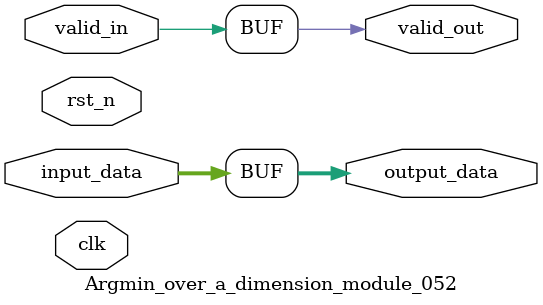
<source format=v>

module Argmin_over_a_dimension_module_052 (
    input clk,
    input rst_n,
    input valid_in,
    output valid_out,
    // Add specific ports based on operator type
    input [31:0] input_data,
    output [31:0] output_data
);

    // Module implementation would go here
    // This is a template - actual implementation depends on the operator
    
        // Generic operator implementation
    assign output_data = input_data; // Placeholder
    assign valid_out = valid_in;

endmodule

</source>
